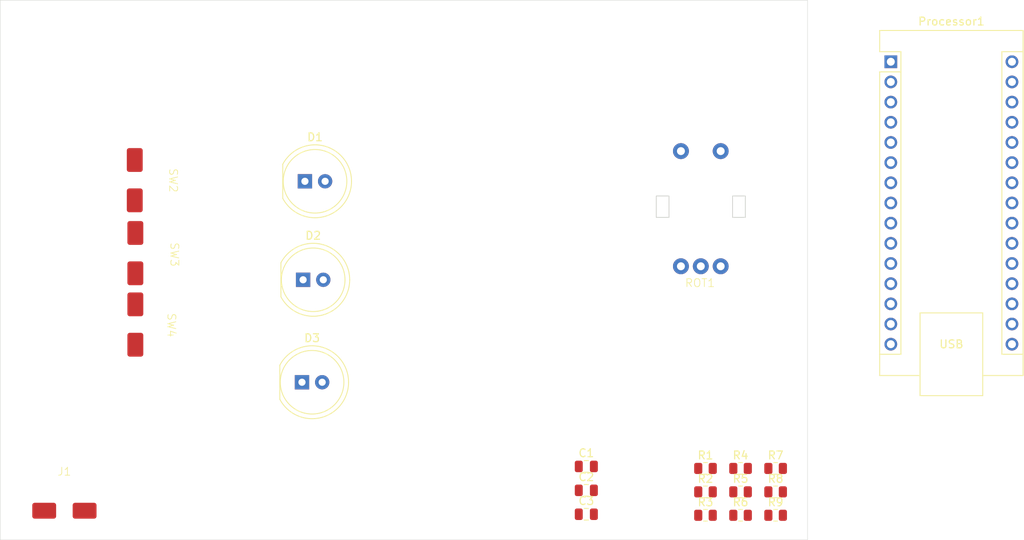
<source format=kicad_pcb>
(kicad_pcb (version 20241229) (generator "pcbnew") (generator_version "9.0")
  (layers (0 "F.Cu" signal) (2 "B.Cu" signal) (13 "F.Paste" user) (15 "B.Paste" user) (5 "F.SilkS" user "F.Silkscreen") (7 "B.SilkS" user "B.Silkscreen") (1 "F.Mask" user) (3 "B.Mask" user) (25 "Edge.Cuts" user))
  (net 0 "")
  (net 1 "GND")
  (net 2 "ROT1_B")
  (net 3 "ROT1_A")
  (net 4 "ROT1_Sw")
  (net 5 "/L3")
  (net 6 "Net-(D1-K)")
  (net 7 "/L2")
  (net 8 "Net-(D2-K)")
  (net 9 "/L1")
  (net 10 "Net-(D3-K)")
  (net 11 "+12V")
  (net 16 "/a3")
  (net 17 "/a2")
  (net 27 "+3.3V")
  (net 28 "/a1")
  (footprint "DLS_custom_footprints:Push_button pads" (layer "F.Cu") (at 101.8 87.985 -90)
    (property "Reference" "SW2" (at 0.025 -4.85 270) (layer "F.SilkS") (effects (font (thickness 0.1))))
    (property "Value" "SW_Push")
    (pad "1" smd roundrect (at -2.54 0 270) (size 3 2) (layers "F.Cu" "F.Mask" "F.Paste") (roundrect_rratio 0.15) (net 27 "+3.3V"))
    (pad "2" smd roundrect (at 2.54 0 270) (size 3 2) (layers "F.Cu" "F.Mask" "F.Paste") (roundrect_rratio 0.15) (net 28 "/a1"))
  )
  (footprint "Resistor_SMD:R_0805_2012Metric" (layer "F.Cu") (at 182.41 130.175)
    (property "Reference" "R9" (at 0 -1.65 0) (layer "F.SilkS"))
    (property "Value" "10k")
    (fp_line (start -0.227064 -0.735) (end 0.227064 -0.735) (stroke (width 0.12)) (layer "F.SilkS"))
    (fp_line (start -0.227064 0.735) (end 0.227064 0.735) (stroke (width 0.12)) (layer "F.SilkS"))
    (pad "1" smd roundrect (at -0.9125 0) (size 1.025 1.4) (layers "F.Cu" "F.Mask" "F.Paste") (roundrect_rratio 0.243902) (net 16 "/a3"))
    (pad "2" smd roundrect (at 0.9125 0) (size 1.025 1.4) (layers "F.Cu" "F.Mask" "F.Paste") (roundrect_rratio 0.243902) (net 1 "GND"))
  )
  (footprint "Capacitor_SMD:C_0805_2012Metric" (layer "F.Cu") (at 158.6 130.045)
    (property "Reference" "C3" (at 0 -1.68 0) (layer "F.SilkS"))
    (property "Value" "0.1u")
    (fp_line (start -0.261252 -0.735) (end 0.261252 -0.735) (stroke (width 0.12)) (layer "F.SilkS"))
    (fp_line (start -0.261252 0.735) (end 0.261252 0.735) (stroke (width 0.12)) (layer "F.SilkS"))
    (pad "1" smd roundrect (at -0.95 0) (size 1 1.45) (layers "F.Cu" "F.Mask" "F.Paste") (net 4 "ROT1_Sw"))
    (pad "2" smd roundrect (at 0.95 0) (size 1 1.45) (layers "F.Cu" "F.Mask" "F.Paste") (net 1 "GND"))
  )
  (footprint "Resistor_SMD:R_0805_2012Metric" (layer "F.Cu") (at 178 130.175)
    (property "Reference" "R6" (at 0 -1.65 0) (layer "F.SilkS"))
    (property "Value" "10k")
    (fp_line (start -0.227064 -0.735) (end 0.227064 -0.735) (stroke (width 0.12)) (layer "F.SilkS"))
    (fp_line (start -0.227064 0.735) (end 0.227064 0.735) (stroke (width 0.12)) (layer "F.SilkS"))
    (pad "1" smd roundrect (at -0.9125 0) (size 1.025 1.4) (layers "F.Cu" "F.Mask" "F.Paste") (roundrect_rratio 0.243902) (net 27 "+3.3V"))
    (pad "2" smd roundrect (at 0.9125 0) (size 1.025 1.4) (layers "F.Cu" "F.Mask" "F.Paste") (roundrect_rratio 0.243902) (net 4 "ROT1_Sw"))
  )
  (footprint "Resistor_SMD:R_0805_2012Metric" (layer "F.Cu") (at 173.59 124.275)
    (property "Reference" "R1" (at 0 -1.65 0) (layer "F.SilkS"))
    (property "Value" "1k")
    (fp_line (start -0.227064 -0.735) (end 0.227064 -0.735) (stroke (width 0.12)) (layer "F.SilkS"))
    (fp_line (start -0.227064 0.735) (end 0.227064 0.735) (stroke (width 0.12)) (layer "F.SilkS"))
    (pad "1" smd roundrect (at -0.9125 0) (size 1.025 1.4) (layers "F.Cu" "F.Mask" "F.Paste") (roundrect_rratio 0.243902) (net 6 "Net-(D1-K)"))
    (pad "2" smd roundrect (at 0.9125 0) (size 1.025 1.4) (layers "F.Cu" "F.Mask" "F.Paste") (roundrect_rratio 0.243902) (net 1 "GND"))
  )
  (footprint "LED_THT:LED_D8.0mm" (layer "F.Cu") (at 123.205 88.125)
    (property "Reference" "D1" (at 1.27 -5.56 0) (layer "F.SilkS"))
    (property "Value" "LED")
    (fp_line (start -2.79 -2.141) (end -2.79 2.141) (stroke (width 0.12)) (layer "F.SilkS"))
    (fp_arc (start -2.79 -2.141145) (mid 2.372883 -4.45553) (end 5.86 0) (stroke (width 0.12)) (layer "F.SilkS"))
    (fp_arc (start 5.86 0) (mid 2.372883 4.45553) (end -2.79 2.141145) (stroke (width 0.12)) (layer "F.SilkS"))
    (fp_circle (center 1.27 0) (end 5.27 0) (stroke (width 0.12)) (fill no) (layer "F.SilkS"))
    (pad "1" thru_hole rect (at 0 0) (size 1.8 1.8) (drill 0.9) (layers "*.Cu" "*.Mask") (net 6 "Net-(D1-K)"))
    (pad "2" thru_hole circle (at 2.54 0) (size 1.8 1.8) (drill 0.9) (layers "*.Cu" "*.Mask") (net 5 "/L3"))
  )
  (footprint "Resistor_SMD:R_0805_2012Metric" (layer "F.Cu") (at 173.59 127.225)
    (property "Reference" "R2" (at 0 -1.65 0) (layer "F.SilkS"))
    (property "Value" "1k")
    (fp_line (start -0.227064 -0.735) (end 0.227064 -0.735) (stroke (width 0.12)) (layer "F.SilkS"))
    (fp_line (start -0.227064 0.735) (end 0.227064 0.735) (stroke (width 0.12)) (layer "F.SilkS"))
    (pad "1" smd roundrect (at -0.9125 0) (size 1.025 1.4) (layers "F.Cu" "F.Mask" "F.Paste") (roundrect_rratio 0.243902) (net 8 "Net-(D2-K)"))
    (pad "2" smd roundrect (at 0.9125 0) (size 1.025 1.4) (layers "F.Cu" "F.Mask" "F.Paste") (roundrect_rratio 0.243902) (net 1 "GND"))
  )
  (footprint "Resistor_SMD:R_0805_2012Metric" (layer "F.Cu") (at 178 124.275)
    (property "Reference" "R4" (at 0 -1.65 0) (layer "F.SilkS"))
    (property "Value" "10k")
    (fp_line (start -0.227064 -0.735) (end 0.227064 -0.735) (stroke (width 0.12)) (layer "F.SilkS"))
    (fp_line (start -0.227064 0.735) (end 0.227064 0.735) (stroke (width 0.12)) (layer "F.SilkS"))
    (pad "1" smd roundrect (at -0.9125 0) (size 1.025 1.4) (layers "F.Cu" "F.Mask" "F.Paste") (roundrect_rratio 0.243902) (net 27 "+3.3V"))
    (pad "2" smd roundrect (at 0.9125 0) (size 1.025 1.4) (layers "F.Cu" "F.Mask" "F.Paste") (roundrect_rratio 0.243902) (net 3 "ROT1_A"))
  )
  (footprint "DLS_custom_footprints:Alps EC11E series encoders" (layer "F.Cu") (at 172 97.325)
    (property "Reference" "ROT1" (at 0.9 3.6 0) (layer "F.SilkS") (effects (font (thickness 0.1))))
    (property "Value" "Alps EC11E09244AQ")
    (fp_rect (start -4.6 -7.35) (end -3 -4.65) (stroke (width 0.1)) (fill no) (layer "Edge.Cuts"))
    (fp_rect (start 5 -7.35) (end 6.6 -4.65) (stroke (width 0.1)) (fill no) (layer "Edge.Cuts"))
    (pad "1" thru_hole circle (at -1.5 1.5) (size 2 2) (drill 1) (layers "*.Cu" "*.Mask"))
    (pad "2" thru_hole circle (at 1 1.5) (size 2 2) (drill 1) (layers "*.Cu" "*.Mask" "Dwgs.User"))
    (pad "3" thru_hole circle (at 3.5 1.5) (size 2 2) (drill 1) (layers "*.Cu" "*.Mask"))
    (pad "4" thru_hole circle (at -1.5 -13) (size 2 2) (drill 1) (layers "*.Cu" "*.Mask"))
    (pad "5" thru_hole circle (at 3.5 -13) (size 2 2) (drill 1) (layers "*.Cu" "*.Mask"))
  )
  (footprint "DLS_custom_footprints:Push_button pads" (layer "F.Cu") (at 101.875 106.16 -90)
    (property "Reference" "SW4" (at 0.08 -4.55 270) (layer "F.SilkS") (effects (font (thickness 0.1))))
    (property "Value" "SW_Push")
    (pad "1" smd roundrect (at -2.54 0 270) (size 3 2) (layers "F.Cu" "F.Mask" "F.Paste") (roundrect_rratio 0.15) (net 27 "+3.3V"))
    (pad "2" smd roundrect (at 2.54 0 270) (size 3 2) (layers "F.Cu" "F.Mask" "F.Paste") (roundrect_rratio 0.15) (net 16 "/a3"))
  )
  (footprint "Capacitor_SMD:C_0805_2012Metric" (layer "F.Cu") (at 158.6 127.035)
    (property "Reference" "C2" (at 0 -1.68 0) (layer "F.SilkS"))
    (property "Value" "0.01u")
    (fp_line (start -0.261252 -0.735) (end 0.261252 -0.735) (stroke (width 0.12)) (layer "F.SilkS"))
    (fp_line (start -0.261252 0.735) (end 0.261252 0.735) (stroke (width 0.12)) (layer "F.SilkS"))
    (pad "1" smd roundrect (at -0.95 0) (size 1 1.45) (layers "F.Cu" "F.Mask" "F.Paste") (net 3 "ROT1_A"))
    (pad "2" smd roundrect (at 0.95 0) (size 1 1.45) (layers "F.Cu" "F.Mask" "F.Paste") (net 1 "GND"))
  )
  (footprint "DLS_custom_footprints:Push_button pads" (layer "F.Cu") (at 92.95 129.6)
    (property "Reference" "J1" (at 0 -4.925 0) (layer "F.SilkS") (effects (font (thickness 0.1))))
    (property "Value" "Barrel_Jack")
    (pad "1" smd roundrect (at -2.54 0) (size 3 2) (layers "F.Cu" "F.Mask" "F.Paste") (roundrect_rratio 0.15) (net 11 "+12V"))
    (pad "2" smd roundrect (at 2.54 0) (size 3 2) (layers "F.Cu" "F.Mask" "F.Paste") (roundrect_rratio 0.15) (net 1 "GND"))
  )
  (footprint "LED_THT:LED_D8.0mm" (layer "F.Cu") (at 122.835 113.425)
    (property "Reference" "D3" (at 1.27 -5.56 0) (layer "F.SilkS"))
    (property "Value" "LED")
    (fp_line (start -2.79 -2.141) (end -2.79 2.141) (stroke (width 0.12)) (layer "F.SilkS"))
    (fp_arc (start -2.79 -2.141145) (mid 2.372883 -4.45553) (end 5.86 0) (stroke (width 0.12)) (layer "F.SilkS"))
    (fp_arc (start 5.86 0) (mid 2.372883 4.45553) (end -2.79 2.141145) (stroke (width 0.12)) (layer "F.SilkS"))
    (fp_circle (center 1.27 0) (end 5.27 0) (stroke (width 0.12)) (fill no) (layer "F.SilkS"))
    (pad "1" thru_hole rect (at 0 0) (size 1.8 1.8) (drill 0.9) (layers "*.Cu" "*.Mask") (net 10 "Net-(D3-K)"))
    (pad "2" thru_hole circle (at 2.54 0) (size 1.8 1.8) (drill 0.9) (layers "*.Cu" "*.Mask") (net 9 "/L1"))
  )
  (footprint "Capacitor_SMD:C_0805_2012Metric" (layer "F.Cu") (at 158.6 124.025)
    (property "Reference" "C1" (at 0 -1.68 0) (layer "F.SilkS"))
    (property "Value" "0.01u")
    (fp_line (start -0.261252 -0.735) (end 0.261252 -0.735) (stroke (width 0.12)) (layer "F.SilkS"))
    (fp_line (start -0.261252 0.735) (end 0.261252 0.735) (stroke (width 0.12)) (layer "F.SilkS"))
    (pad "1" smd roundrect (at -0.95 0) (size 1 1.45) (layers "F.Cu" "F.Mask" "F.Paste") (net 2 "ROT1_B"))
    (pad "2" smd roundrect (at 0.95 0) (size 1 1.45) (layers "F.Cu" "F.Mask" "F.Paste") (net 1 "GND"))
  )
  (footprint "LED_THT:LED_D8.0mm" (layer "F.Cu") (at 122.975 100.525)
    (property "Reference" "D2" (at 1.27 -5.56 0) (layer "F.SilkS"))
    (property "Value" "LED")
    (fp_line (start -2.79 -2.141) (end -2.79 2.141) (stroke (width 0.12)) (layer "F.SilkS"))
    (fp_arc (start -2.79 -2.141145) (mid 2.372883 -4.45553) (end 5.86 0) (stroke (width 0.12)) (layer "F.SilkS"))
    (fp_arc (start 5.86 0) (mid 2.372883 4.45553) (end -2.79 2.141145) (stroke (width 0.12)) (layer "F.SilkS"))
    (fp_circle (center 1.27 0) (end 5.27 0) (stroke (width 0.12)) (fill no) (layer "F.SilkS"))
    (pad "1" thru_hole rect (at 0 0) (size 1.8 1.8) (drill 0.9) (layers "*.Cu" "*.Mask") (net 8 "Net-(D2-K)"))
    (pad "2" thru_hole circle (at 2.54 0) (size 1.8 1.8) (drill 0.9) (layers "*.Cu" "*.Mask") (net 7 "/L2"))
  )
  (footprint "Resistor_SMD:R_0805_2012Metric" (layer "F.Cu") (at 173.59 130.175)
    (property "Reference" "R3" (at 0 -1.65 0) (layer "F.SilkS"))
    (property "Value" "1k")
    (fp_line (start -0.227064 -0.735) (end 0.227064 -0.735) (stroke (width 0.12)) (layer "F.SilkS"))
    (fp_line (start -0.227064 0.735) (end 0.227064 0.735) (stroke (width 0.12)) (layer "F.SilkS"))
    (pad "1" smd roundrect (at -0.9125 0) (size 1.025 1.4) (layers "F.Cu" "F.Mask" "F.Paste") (roundrect_rratio 0.243902) (net 10 "Net-(D3-K)"))
    (pad "2" smd roundrect (at 0.9125 0) (size 1.025 1.4) (layers "F.Cu" "F.Mask" "F.Paste") (roundrect_rratio 0.243902) (net 1 "GND"))
  )
  (footprint "Resistor_SMD:R_0805_2012Metric" (layer "F.Cu") (at 178 127.225)
    (property "Reference" "R5" (at 0 -1.65 0) (layer "F.SilkS"))
    (property "Value" "10k")
    (fp_line (start -0.227064 -0.735) (end 0.227064 -0.735) (stroke (width 0.12)) (layer "F.SilkS"))
    (fp_line (start -0.227064 0.735) (end 0.227064 0.735) (stroke (width 0.12)) (layer "F.SilkS"))
    (pad "1" smd roundrect (at -0.9125 0) (size 1.025 1.4) (layers "F.Cu" "F.Mask" "F.Paste") (roundrect_rratio 0.243902) (net 27 "+3.3V"))
    (pad "2" smd roundrect (at 0.9125 0) (size 1.025 1.4) (layers "F.Cu" "F.Mask" "F.Paste") (roundrect_rratio 0.243902) (net 2 "ROT1_B"))
  )
  (footprint "DLS_custom_footprints:Push_button pads" (layer "F.Cu") (at 101.875 97.17 -90)
    (property "Reference" "SW3" (at 0.175 -4.925 270) (layer "F.SilkS") (effects (font (thickness 0.1))))
    (property "Value" "SW_Push")
    (pad "1" smd roundrect (at -2.54 0 270) (size 3 2) (layers "F.Cu" "F.Mask" "F.Paste") (roundrect_rratio 0.15) (net 27 "+3.3V"))
    (pad "2" smd roundrect (at 2.54 0 270) (size 3 2) (layers "F.Cu" "F.Mask" "F.Paste") (roundrect_rratio 0.15) (net 17 "/a2"))
  )
  (footprint "Resistor_SMD:R_0805_2012Metric" (layer "F.Cu") (at 182.41 124.275)
    (property "Reference" "R7" (at 0 -1.65 0) (layer "F.SilkS"))
    (property "Value" "10k")
    (fp_line (start -0.227064 -0.735) (end 0.227064 -0.735) (stroke (width 0.12)) (layer "F.SilkS"))
    (fp_line (start -0.227064 0.735) (end 0.227064 0.735) (stroke (width 0.12)) (layer "F.SilkS"))
    (pad "1" smd roundrect (at -0.9125 0) (size 1.025 1.4) (layers "F.Cu" "F.Mask" "F.Paste") (roundrect_rratio 0.243902) (net 28 "/a1"))
    (pad "2" smd roundrect (at 0.9125 0) (size 1.025 1.4) (layers "F.Cu" "F.Mask" "F.Paste") (roundrect_rratio 0.243902) (net 1 "GND"))
  )
  (footprint "Module:Arduino_Nano" (layer "F.Cu") (at 196.9 73.075)
    (property "Reference" "Processor1" (at 7.62 -5.08 0) (layer "F.SilkS"))
    (property "Value" "Arduino_Nano_ESP32")
    (fp_line (start -1.4 -3.94) (end -1.4 -1.27) (stroke (width 0.12)) (layer "F.SilkS"))
    (fp_line (start -1.4 1.27) (end -1.4 39.5) (stroke (width 0.12)) (layer "F.SilkS"))
    (fp_line (start -1.4 39.5) (end 3.68 39.5) (stroke (width 0.12)) (layer "F.SilkS"))
    (fp_line (start 1.27 -1.27) (end -1.4 -1.27) (stroke (width 0.12)) (layer "F.SilkS"))
    (fp_line (start 1.27 1.27) (end -1.4 1.27) (stroke (width 0.12)) (layer "F.SilkS"))
    (fp_line (start 1.27 1.27) (end 1.27 -1.27) (stroke (width 0.12)) (layer "F.SilkS"))
    (fp_line (start 1.27 1.27) (end 1.27 36.83) (stroke (width 0.12)) (layer "F.SilkS"))
    (fp_line (start 1.27 36.83) (end -1.4 36.83) (stroke (width 0.12)) (layer "F.SilkS"))
    (fp_line (start 3.68 31.62) (end 11.56 31.62) (stroke (width 0.12)) (layer "F.SilkS"))
    (fp_line (start 3.68 42.04) (end 3.68 31.62) (stroke (width 0.12)) (layer "F.SilkS"))
    (fp_line (start 11.56 31.62) (end 11.56 42.04) (stroke (width 0.12)) (layer "F.SilkS"))
    (fp_line (start 11.56 42.04) (end 3.68 42.04) (stroke (width 0.12)) (layer "F.SilkS"))
    (fp_line (start 13.97 -1.27) (end 13.97 36.83) (stroke (width 0.12)) (layer "F.SilkS"))
    (fp_line (start 13.97 -1.27) (end 16.64 -1.27) (stroke (width 0.12)) (layer "F.SilkS"))
    (fp_line (start 13.97 36.83) (end 16.64 36.83) (stroke (width 0.12)) (layer "F.SilkS"))
    (fp_line (start 16.64 -3.94) (end -1.4 -3.94) (stroke (width 0.12)) (layer "F.SilkS"))
    (fp_line (start 16.64 39.5) (end 11.56 39.5) (stroke (width 0.12)) (layer "F.SilkS"))
    (fp_line (start 16.64 39.5) (end 16.64 -3.94) (stroke (width 0.12)) (layer "F.SilkS"))
    (fp_text user "USB" (at 7.62 35.56 0) (layer "F.SilkS"))
    (pad "1" thru_hole rect (at 0 0) (size 1.6 1.6) (drill 1) (layers "*.Cu" "*.Mask"))
    (pad "2" thru_hole oval (at 0 2.54) (size 1.6 1.6) (drill 1) (layers "*.Cu" "*.Mask"))
    (pad "3" thru_hole oval (at 0 5.08) (size 1.6 1.6) (drill 1) (layers "*.Cu" "*.Mask"))
    (pad "4" thru_hole oval (at 0 7.62) (size 1.6 1.6) (drill 1) (layers "*.Cu" "*.Mask") (net 1 "GND"))
    (pad "5" thru_hole oval (at 0 10.16) (size 1.6 1.6) (drill 1) (layers "*.Cu" "*.Mask") (net 9 "/L1"))
    (pad "6" thru_hole oval (at 0 12.7) (size 1.6 1.6) (drill 1) (layers "*.Cu" "*.Mask") (net 7 "/L2"))
    (pad "7" thru_hole oval (at 0 15.24) (size 1.6 1.6) (drill 1) (layers "*.Cu" "*.Mask") (net 5 "/L3"))
    (pad "8" thru_hole oval (at 0 17.78) (size 1.6 1.6) (drill 1) (layers "*.Cu" "*.Mask") (net 4 "ROT1_Sw"))
    (pad "9" thru_hole oval (at 0 20.32) (size 1.6 1.6) (drill 1) (layers "*.Cu" "*.Mask"))
    (pad "10" thru_hole oval (at 0 22.86) (size 1.6 1.6) (drill 1) (layers "*.Cu" "*.Mask"))
    (pad "11" thru_hole oval (at 0 25.4) (size 1.6 1.6) (drill 1) (layers "*.Cu" "*.Mask") (net 3 "ROT1_A"))
    (pad "12" thru_hole oval (at 0 27.94) (size 1.6 1.6) (drill 1) (layers "*.Cu" "*.Mask") (net 2 "ROT1_B"))
    (pad "13" thru_hole oval (at 0 30.48) (size 1.6 1.6) (drill 1) (layers "*.Cu" "*.Mask"))
    (pad "14" thru_hole oval (at 0 33.02) (size 1.6 1.6) (drill 1) (layers "*.Cu" "*.Mask"))
    (pad "15" thru_hole oval (at 0 35.56) (size 1.6 1.6) (drill 1) (layers "*.Cu" "*.Mask"))
    (pad "16" thru_hole oval (at 15.24 35.56) (size 1.6 1.6) (drill 1) (layers "*.Cu" "*.Mask"))
    (pad "17" thru_hole oval (at 15.24 33.02) (size 1.6 1.6) (drill 1) (layers "*.Cu" "*.Mask") (net 27 "+3.3V"))
    (pad "18" thru_hole oval (at 15.24 30.48) (size 1.6 1.6) (drill 1) (layers "*.Cu" "*.Mask"))
    (pad "19" thru_hole oval (at 15.24 27.94) (size 1.6 1.6) (drill 1) (layers "*.Cu" "*.Mask"))
    (pad "20" thru_hole oval (at 15.24 25.4) (size 1.6 1.6) (drill 1) (layers "*.Cu" "*.Mask") (net 28 "/a1"))
    (pad "21" thru_hole oval (at 15.24 22.86) (size 1.6 1.6) (drill 1) (layers "*.Cu" "*.Mask") (net 17 "/a2"))
    (pad "22" thru_hole oval (at 15.24 20.32) (size 1.6 1.6) (drill 1) (layers "*.Cu" "*.Mask") (net 16 "/a3"))
    (pad "23" thru_hole oval (at 15.24 17.78) (size 1.6 1.6) (drill 1) (layers "*.Cu" "*.Mask"))
    (pad "24" thru_hole oval (at 15.24 15.24) (size 1.6 1.6) (drill 1) (layers "*.Cu" "*.Mask"))
    (pad "25" thru_hole oval (at 15.24 12.7) (size 1.6 1.6) (drill 1) (layers "*.Cu" "*.Mask"))
    (pad "26" thru_hole oval (at 15.24 10.16) (size 1.6 1.6) (drill 1) (layers "*.Cu" "*.Mask"))
    (pad "27" thru_hole oval (at 15.24 7.62) (size 1.6 1.6) (drill 1) (layers "*.Cu" "*.Mask"))
    (pad "28" thru_hole oval (at 15.24 5.08) (size 1.6 1.6) (drill 1) (layers "*.Cu" "*.Mask"))
    (pad "29" thru_hole oval (at 15.24 2.54) (size 1.6 1.6) (drill 1) (layers "*.Cu" "*.Mask") (net 1 "GND"))
    (pad "30" thru_hole oval (at 15.24 0) (size 1.6 1.6) (drill 1) (layers "*.Cu" "*.Mask") (net 11 "+12V"))
  )
  (footprint "Resistor_SMD:R_0805_2012Metric" (layer "F.Cu") (at 182.41 127.225)
    (property "Reference" "R8" (at 0 -1.65 0) (layer "F.SilkS"))
    (property "Value" "10k")
    (fp_line (start -0.227064 -0.735) (end 0.227064 -0.735) (stroke (width 0.12)) (layer "F.SilkS"))
    (fp_line (start -0.227064 0.735) (end 0.227064 0.735) (stroke (width 0.12)) (layer "F.SilkS"))
    (pad "1" smd roundrect (at -0.9125 0) (size 1.025 1.4) (layers "F.Cu" "F.Mask" "F.Paste") (roundrect_rratio 0.243902) (net 17 "/a2"))
    (pad "2" smd roundrect (at 0.9125 0) (size 1.025 1.4) (layers "F.Cu" "F.Mask" "F.Paste") (roundrect_rratio 0.243902) (net 1 "GND"))
  )
  (gr_rect (start 84.875 65.325) (end 186.425 133.275) (stroke (width 0.05)) (fill no) (layer "Edge.Cuts"))
)
</source>
